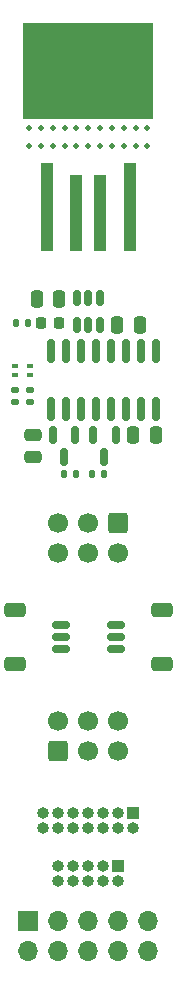
<source format=gts>
G04 #@! TF.GenerationSoftware,KiCad,Pcbnew,7.0.10*
G04 #@! TF.CreationDate,2024-01-06T05:40:10+01:00*
G04 #@! TF.ProjectId,universal-tc2030,756e6976-6572-4736-916c-2d7463323033,rev?*
G04 #@! TF.SameCoordinates,Original*
G04 #@! TF.FileFunction,Soldermask,Top*
G04 #@! TF.FilePolarity,Negative*
%FSLAX46Y46*%
G04 Gerber Fmt 4.6, Leading zero omitted, Abs format (unit mm)*
G04 Created by KiCad (PCBNEW 7.0.10) date 2024-01-06 05:40:10*
%MOMM*%
%LPD*%
G01*
G04 APERTURE LIST*
G04 Aperture macros list*
%AMRoundRect*
0 Rectangle with rounded corners*
0 $1 Rounding radius*
0 $2 $3 $4 $5 $6 $7 $8 $9 X,Y pos of 4 corners*
0 Add a 4 corners polygon primitive as box body*
4,1,4,$2,$3,$4,$5,$6,$7,$8,$9,$2,$3,0*
0 Add four circle primitives for the rounded corners*
1,1,$1+$1,$2,$3*
1,1,$1+$1,$4,$5*
1,1,$1+$1,$6,$7*
1,1,$1+$1,$8,$9*
0 Add four rect primitives between the rounded corners*
20,1,$1+$1,$2,$3,$4,$5,0*
20,1,$1+$1,$4,$5,$6,$7,0*
20,1,$1+$1,$6,$7,$8,$9,0*
20,1,$1+$1,$8,$9,$2,$3,0*%
G04 Aperture macros list end*
%ADD10R,1.700000X1.700000*%
%ADD11O,1.700000X1.700000*%
%ADD12C,0.500000*%
%ADD13RoundRect,0.150000X-0.150000X0.825000X-0.150000X-0.825000X0.150000X-0.825000X0.150000X0.825000X0*%
%ADD14RoundRect,0.150000X-0.150000X0.587500X-0.150000X-0.587500X0.150000X-0.587500X0.150000X0.587500X0*%
%ADD15RoundRect,0.135000X-0.135000X-0.185000X0.135000X-0.185000X0.135000X0.185000X-0.135000X0.185000X0*%
%ADD16RoundRect,0.250000X0.250000X0.475000X-0.250000X0.475000X-0.250000X-0.475000X0.250000X-0.475000X0*%
%ADD17R,1.000000X1.000000*%
%ADD18O,1.000000X1.000000*%
%ADD19R,0.600000X0.400000*%
%ADD20RoundRect,0.135000X0.185000X-0.135000X0.185000X0.135000X-0.185000X0.135000X-0.185000X-0.135000X0*%
%ADD21RoundRect,0.218750X-0.218750X-0.256250X0.218750X-0.256250X0.218750X0.256250X-0.218750X0.256250X0*%
%ADD22RoundRect,0.250000X0.600000X-0.600000X0.600000X0.600000X-0.600000X0.600000X-0.600000X-0.600000X0*%
%ADD23C,1.700000*%
%ADD24RoundRect,0.150000X-0.625000X0.150000X-0.625000X-0.150000X0.625000X-0.150000X0.625000X0.150000X0*%
%ADD25RoundRect,0.250000X-0.650000X0.350000X-0.650000X-0.350000X0.650000X-0.350000X0.650000X0.350000X0*%
%ADD26RoundRect,0.135000X0.135000X0.185000X-0.135000X0.185000X-0.135000X-0.185000X0.135000X-0.185000X0*%
%ADD27R,1.000000X7.410000*%
%ADD28R,1.000000X6.410000*%
%ADD29RoundRect,0.250000X-0.600000X0.600000X-0.600000X-0.600000X0.600000X-0.600000X0.600000X0.600000X0*%
%ADD30RoundRect,0.150000X-0.150000X0.512500X-0.150000X-0.512500X0.150000X-0.512500X0.150000X0.512500X0*%
%ADD31RoundRect,0.250000X0.475000X-0.250000X0.475000X0.250000X-0.475000X0.250000X-0.475000X-0.250000X0*%
%ADD32RoundRect,0.250000X-0.250000X-0.475000X0.250000X-0.475000X0.250000X0.475000X-0.250000X0.475000X0*%
%ADD33RoundRect,0.150000X0.625000X-0.150000X0.625000X0.150000X-0.625000X0.150000X-0.625000X-0.150000X0*%
%ADD34RoundRect,0.250000X0.650000X-0.350000X0.650000X0.350000X-0.650000X0.350000X-0.650000X-0.350000X0*%
G04 APERTURE END LIST*
G36*
X144500000Y-39350000D02*
G01*
X155500000Y-39350000D01*
X155500000Y-47500000D01*
X144500000Y-47500000D01*
X144500000Y-39350000D01*
G37*
D10*
X144920000Y-115330000D03*
D11*
X144920000Y-117870000D03*
X147460000Y-115330000D03*
X147460000Y-117870000D03*
X150000000Y-115330000D03*
X150000000Y-117870000D03*
X152540000Y-115330000D03*
X152540000Y-117870000D03*
X155080000Y-115330000D03*
X155080000Y-117870000D03*
D12*
X145000000Y-48250000D03*
X155000000Y-48250000D03*
X152000000Y-48250000D03*
X147000000Y-48250000D03*
X153000000Y-48250000D03*
X150000000Y-48250000D03*
X146000000Y-48250000D03*
X149000000Y-48250000D03*
X154000000Y-48250000D03*
X148000000Y-48250000D03*
X151000000Y-48250000D03*
X153000000Y-49750000D03*
X155000000Y-49750000D03*
X154000000Y-49750000D03*
X149000000Y-49750000D03*
X151000000Y-49750000D03*
X150000000Y-49750000D03*
X152000000Y-49750000D03*
X147000000Y-49750000D03*
X148000000Y-49750000D03*
X146000000Y-49750000D03*
X145000000Y-49750000D03*
D13*
X155715000Y-67075000D03*
X154445000Y-67075000D03*
X153175000Y-67075000D03*
X151905000Y-67075000D03*
X150635000Y-67075000D03*
X149365000Y-67075000D03*
X148095000Y-67075000D03*
X146825000Y-67075000D03*
X146825000Y-72025000D03*
X148095000Y-72025000D03*
X149365000Y-72025000D03*
X150635000Y-72025000D03*
X151905000Y-72025000D03*
X153175000Y-72025000D03*
X154445000Y-72025000D03*
X155715000Y-72025000D03*
D14*
X152315000Y-74232500D03*
X150415000Y-74232500D03*
X151365000Y-76107500D03*
D15*
X150345000Y-77560000D03*
X151365000Y-77560000D03*
D16*
X155715000Y-74230000D03*
X153815000Y-74230000D03*
D14*
X148915000Y-74232500D03*
X147015000Y-74232500D03*
X147965000Y-76107500D03*
D17*
X153810000Y-106230000D03*
D18*
X153810000Y-107500000D03*
X152540000Y-106230000D03*
X152540000Y-107500000D03*
X151270000Y-106230000D03*
X151270000Y-107500000D03*
X150000000Y-106230000D03*
X150000000Y-107500000D03*
X148730000Y-106230000D03*
X148730000Y-107500000D03*
X147460000Y-106230000D03*
X147460000Y-107500000D03*
X146190000Y-106230000D03*
X146190000Y-107500000D03*
D19*
X143800000Y-68350000D03*
X145100000Y-68350000D03*
X145100000Y-69150000D03*
X143800000Y-69150000D03*
D20*
X145100000Y-71440000D03*
X145100000Y-70420000D03*
D21*
X145975000Y-64780000D03*
X147550000Y-64780000D03*
D22*
X147460000Y-100950000D03*
D23*
X147460000Y-98410000D03*
X150000000Y-100950000D03*
X150000000Y-98410000D03*
X152540000Y-100950000D03*
X152540000Y-98410000D03*
D24*
X147655000Y-90330000D03*
X147655000Y-91330000D03*
X147655000Y-92330000D03*
D25*
X143780000Y-89030000D03*
X143780000Y-93630000D03*
D26*
X148985000Y-77560000D03*
X147965000Y-77560000D03*
D17*
X152540000Y-110680000D03*
D18*
X152540000Y-111950000D03*
X151270000Y-110680000D03*
X151270000Y-111950000D03*
X150000000Y-110680000D03*
X150000000Y-111950000D03*
X148730000Y-110680000D03*
X148730000Y-111950000D03*
X147460000Y-110680000D03*
X147460000Y-111950000D03*
D27*
X146500000Y-54945000D03*
D28*
X149000000Y-55445000D03*
X151000000Y-55445000D03*
D27*
X153500000Y-54945000D03*
D26*
X144862500Y-64780000D03*
X143842500Y-64780000D03*
D20*
X143800000Y-71440000D03*
X143800000Y-70420000D03*
D29*
X152540000Y-81710000D03*
D23*
X152540000Y-84250000D03*
X150000000Y-81710000D03*
X150000000Y-84250000D03*
X147460000Y-81710000D03*
X147460000Y-84250000D03*
D30*
X150950000Y-62662500D03*
X150000000Y-62662500D03*
X149050000Y-62662500D03*
X149050000Y-64937500D03*
X150000000Y-64937500D03*
X150950000Y-64937500D03*
D31*
X145285000Y-76107500D03*
X145285000Y-74207500D03*
D32*
X152450000Y-64870000D03*
X154350000Y-64870000D03*
D33*
X152345000Y-92330000D03*
X152345000Y-91330000D03*
X152345000Y-90330000D03*
D34*
X156220000Y-93630000D03*
X156220000Y-89030000D03*
D16*
X147550000Y-62730000D03*
X145650000Y-62730000D03*
M02*

</source>
